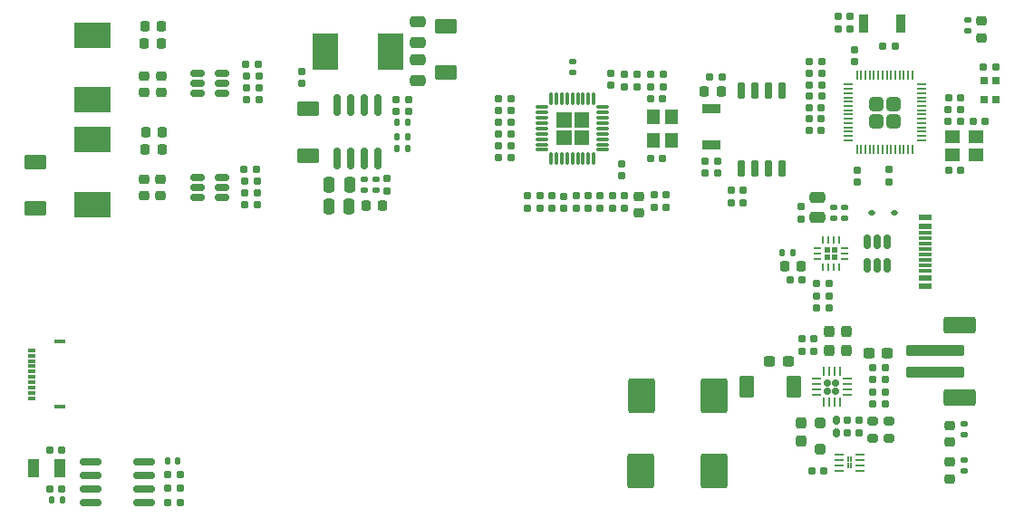
<source format=gbr>
%TF.GenerationSoftware,KiCad,Pcbnew,8.0.3*%
%TF.CreationDate,2024-07-04T12:22:57-04:00*%
%TF.ProjectId,vfd-tool,7666642d-746f-46f6-9c2e-6b696361645f,rev?*%
%TF.SameCoordinates,Original*%
%TF.FileFunction,Paste,Top*%
%TF.FilePolarity,Positive*%
%FSLAX46Y46*%
G04 Gerber Fmt 4.6, Leading zero omitted, Abs format (unit mm)*
G04 Created by KiCad (PCBNEW 8.0.3) date 2024-07-04 12:22:57*
%MOMM*%
%LPD*%
G01*
G04 APERTURE LIST*
G04 Aperture macros list*
%AMRoundRect*
0 Rectangle with rounded corners*
0 $1 Rounding radius*
0 $2 $3 $4 $5 $6 $7 $8 $9 X,Y pos of 4 corners*
0 Add a 4 corners polygon primitive as box body*
4,1,4,$2,$3,$4,$5,$6,$7,$8,$9,$2,$3,0*
0 Add four circle primitives for the rounded corners*
1,1,$1+$1,$2,$3*
1,1,$1+$1,$4,$5*
1,1,$1+$1,$6,$7*
1,1,$1+$1,$8,$9*
0 Add four rect primitives between the rounded corners*
20,1,$1+$1,$2,$3,$4,$5,0*
20,1,$1+$1,$4,$5,$6,$7,0*
20,1,$1+$1,$6,$7,$8,$9,0*
20,1,$1+$1,$8,$9,$2,$3,0*%
G04 Aperture macros list end*
%ADD10C,0.010000*%
%ADD11RoundRect,0.160000X-0.197500X-0.160000X0.197500X-0.160000X0.197500X0.160000X-0.197500X0.160000X0*%
%ADD12RoundRect,0.155000X0.212500X0.155000X-0.212500X0.155000X-0.212500X-0.155000X0.212500X-0.155000X0*%
%ADD13RoundRect,0.160000X-0.160000X0.197500X-0.160000X-0.197500X0.160000X-0.197500X0.160000X0.197500X0*%
%ADD14RoundRect,0.237500X0.237500X-0.287500X0.237500X0.287500X-0.237500X0.287500X-0.237500X-0.287500X0*%
%ADD15RoundRect,0.112500X-0.187500X-0.112500X0.187500X-0.112500X0.187500X0.112500X-0.187500X0.112500X0*%
%ADD16RoundRect,0.155000X-0.155000X0.212500X-0.155000X-0.212500X0.155000X-0.212500X0.155000X0.212500X0*%
%ADD17RoundRect,0.250000X0.250000X0.475000X-0.250000X0.475000X-0.250000X-0.475000X0.250000X-0.475000X0*%
%ADD18RoundRect,0.155000X-0.212500X-0.155000X0.212500X-0.155000X0.212500X0.155000X-0.212500X0.155000X0*%
%ADD19RoundRect,0.225000X0.225000X0.250000X-0.225000X0.250000X-0.225000X-0.250000X0.225000X-0.250000X0*%
%ADD20RoundRect,0.160000X0.197500X0.160000X-0.197500X0.160000X-0.197500X-0.160000X0.197500X-0.160000X0*%
%ADD21RoundRect,0.135000X0.135000X0.185000X-0.135000X0.185000X-0.135000X-0.185000X0.135000X-0.185000X0*%
%ADD22RoundRect,0.150000X0.150000X-0.650000X0.150000X0.650000X-0.150000X0.650000X-0.150000X-0.650000X0*%
%ADD23R,3.500000X2.350000*%
%ADD24RoundRect,0.140000X0.170000X-0.140000X0.170000X0.140000X-0.170000X0.140000X-0.170000X-0.140000X0*%
%ADD25RoundRect,0.135000X0.185000X-0.135000X0.185000X0.135000X-0.185000X0.135000X-0.185000X-0.135000X0*%
%ADD26RoundRect,0.250000X-0.250000X0.250000X-0.250000X-0.250000X0.250000X-0.250000X0.250000X0.250000X0*%
%ADD27RoundRect,0.250000X0.475000X-0.250000X0.475000X0.250000X-0.475000X0.250000X-0.475000X-0.250000X0*%
%ADD28RoundRect,0.225000X-0.250000X0.225000X-0.250000X-0.225000X0.250000X-0.225000X0.250000X0.225000X0*%
%ADD29RoundRect,0.250000X-2.500000X0.250000X-2.500000X-0.250000X2.500000X-0.250000X2.500000X0.250000X0*%
%ADD30RoundRect,0.250000X-1.250000X0.550000X-1.250000X-0.550000X1.250000X-0.550000X1.250000X0.550000X0*%
%ADD31R,1.700000X0.900000*%
%ADD32RoundRect,0.218750X0.256250X-0.218750X0.256250X0.218750X-0.256250X0.218750X-0.256250X-0.218750X0*%
%ADD33RoundRect,0.060000X-0.060000X-0.180000X0.060000X-0.180000X0.060000X0.180000X-0.060000X0.180000X0*%
%ADD34RoundRect,0.062500X-0.325000X-0.062500X0.325000X-0.062500X0.325000X0.062500X-0.325000X0.062500X0*%
%ADD35R,2.350000X3.500000*%
%ADD36RoundRect,0.250000X-0.450000X-0.800000X0.450000X-0.800000X0.450000X0.800000X-0.450000X0.800000X0*%
%ADD37RoundRect,0.140000X-0.140000X-0.170000X0.140000X-0.170000X0.140000X0.170000X-0.140000X0.170000X0*%
%ADD38RoundRect,0.218750X-0.256250X0.218750X-0.256250X-0.218750X0.256250X-0.218750X0.256250X0.218750X0*%
%ADD39RoundRect,0.155000X0.155000X-0.212500X0.155000X0.212500X-0.155000X0.212500X-0.155000X-0.212500X0*%
%ADD40RoundRect,0.225000X0.250000X-0.225000X0.250000X0.225000X-0.250000X0.225000X-0.250000X-0.225000X0*%
%ADD41RoundRect,0.140000X0.140000X0.170000X-0.140000X0.170000X-0.140000X-0.170000X0.140000X-0.170000X0*%
%ADD42RoundRect,0.160000X0.160000X-0.197500X0.160000X0.197500X-0.160000X0.197500X-0.160000X-0.197500X0*%
%ADD43RoundRect,0.150000X0.150000X-0.512500X0.150000X0.512500X-0.150000X0.512500X-0.150000X-0.512500X0*%
%ADD44RoundRect,0.237500X0.300000X0.237500X-0.300000X0.237500X-0.300000X-0.237500X0.300000X-0.237500X0*%
%ADD45R,0.700000X0.700000*%
%ADD46RoundRect,0.009100X-0.120900X-0.540900X0.120900X-0.540900X0.120900X0.540900X-0.120900X0.540900X0*%
%ADD47RoundRect,0.009100X0.540900X-0.120900X0.540900X0.120900X-0.540900X0.120900X-0.540900X-0.120900X0*%
%ADD48RoundRect,0.009100X0.120900X0.540900X-0.120900X0.540900X-0.120900X-0.540900X0.120900X-0.540900X0*%
%ADD49RoundRect,0.009100X-0.540900X0.120900X-0.540900X-0.120900X0.540900X-0.120900X0.540900X0.120900X0*%
%ADD50RoundRect,0.250000X0.800000X-0.450000X0.800000X0.450000X-0.800000X0.450000X-0.800000X-0.450000X0*%
%ADD51R,1.200000X1.400000*%
%ADD52RoundRect,0.160000X0.160000X0.160000X-0.160000X0.160000X-0.160000X-0.160000X0.160000X-0.160000X0*%
%ADD53RoundRect,0.062500X0.375000X0.062500X-0.375000X0.062500X-0.375000X-0.062500X0.375000X-0.062500X0*%
%ADD54RoundRect,0.062500X0.062500X0.375000X-0.062500X0.375000X-0.062500X-0.375000X0.062500X-0.375000X0*%
%ADD55R,1.400000X1.200000*%
%ADD56RoundRect,0.237500X-0.300000X-0.237500X0.300000X-0.237500X0.300000X0.237500X-0.300000X0.237500X0*%
%ADD57RoundRect,0.200000X0.275000X-0.200000X0.275000X0.200000X-0.275000X0.200000X-0.275000X-0.200000X0*%
%ADD58R,0.900000X1.700000*%
%ADD59RoundRect,0.150000X-0.512500X-0.150000X0.512500X-0.150000X0.512500X0.150000X-0.512500X0.150000X0*%
%ADD60RoundRect,0.225000X-0.225000X-0.250000X0.225000X-0.250000X0.225000X0.250000X-0.225000X0.250000X0*%
%ADD61RoundRect,0.135000X-0.135000X-0.185000X0.135000X-0.185000X0.135000X0.185000X-0.135000X0.185000X0*%
%ADD62RoundRect,0.135000X-0.185000X0.135000X-0.185000X-0.135000X0.185000X-0.135000X0.185000X0.135000X0*%
%ADD63RoundRect,0.250000X-0.475000X0.250000X-0.475000X-0.250000X0.475000X-0.250000X0.475000X0.250000X0*%
%ADD64RoundRect,0.150000X-0.825000X-0.150000X0.825000X-0.150000X0.825000X0.150000X-0.825000X0.150000X0*%
%ADD65R,0.700000X0.300000*%
%ADD66R,1.000000X0.300000*%
%ADD67RoundRect,0.249999X0.395001X-0.395001X0.395001X0.395001X-0.395001X0.395001X-0.395001X-0.395001X0*%
%ADD68RoundRect,0.050000X0.050000X-0.387500X0.050000X0.387500X-0.050000X0.387500X-0.050000X-0.387500X0*%
%ADD69RoundRect,0.050000X0.387500X-0.050000X0.387500X0.050000X-0.387500X0.050000X-0.387500X-0.050000X0*%
%ADD70R,1.000000X1.800000*%
%ADD71R,1.240000X0.600000*%
%ADD72R,1.240000X0.300000*%
%ADD73RoundRect,0.145000X-0.145000X-0.145000X0.145000X-0.145000X0.145000X0.145000X-0.145000X0.145000X0*%
%ADD74RoundRect,0.062500X-0.275000X-0.062500X0.275000X-0.062500X0.275000X0.062500X-0.275000X0.062500X0*%
%ADD75RoundRect,0.062500X-0.062500X-0.275000X0.062500X-0.275000X0.062500X0.275000X-0.062500X0.275000X0*%
%ADD76RoundRect,0.150000X0.150000X-0.825000X0.150000X0.825000X-0.150000X0.825000X-0.150000X-0.825000X0*%
%ADD77RoundRect,0.250000X1.000000X-1.400000X1.000000X1.400000X-1.000000X1.400000X-1.000000X-1.400000X0*%
%ADD78RoundRect,0.160000X-0.160000X0.222500X-0.160000X-0.222500X0.160000X-0.222500X0.160000X0.222500X0*%
%ADD79RoundRect,0.237500X-0.237500X0.300000X-0.237500X-0.300000X0.237500X-0.300000X0.237500X0.300000X0*%
G04 APERTURE END LIST*
D10*
%TO.C,U2*%
X195946700Y-85144100D02*
X194636700Y-85144100D01*
X194636700Y-83834100D01*
X195946700Y-83834100D01*
X195946700Y-85144100D01*
G36*
X195946700Y-85144100D02*
G01*
X194636700Y-85144100D01*
X194636700Y-83834100D01*
X195946700Y-83834100D01*
X195946700Y-85144100D01*
G37*
X195946700Y-86814100D02*
X194636700Y-86814100D01*
X194636700Y-85504100D01*
X195946700Y-85504100D01*
X195946700Y-86814100D01*
G36*
X195946700Y-86814100D02*
G01*
X194636700Y-86814100D01*
X194636700Y-85504100D01*
X195946700Y-85504100D01*
X195946700Y-86814100D01*
G37*
X197616700Y-85144100D02*
X196306700Y-85144100D01*
X196306700Y-83834100D01*
X197616700Y-83834100D01*
X197616700Y-85144100D01*
G36*
X197616700Y-85144100D02*
G01*
X196306700Y-85144100D01*
X196306700Y-83834100D01*
X197616700Y-83834100D01*
X197616700Y-85144100D01*
G37*
X197616700Y-86814100D02*
X196306700Y-86814100D01*
X196306700Y-85504100D01*
X197616700Y-85504100D01*
X197616700Y-86814100D01*
G36*
X197616700Y-86814100D02*
G01*
X196306700Y-86814100D01*
X196306700Y-85504100D01*
X197616700Y-85504100D01*
X197616700Y-86814100D01*
G37*
%TD*%
D11*
%TO.C,R25*%
X218944900Y-99816500D03*
X220139900Y-99816500D03*
%TD*%
D12*
%TO.C,C63*%
X226255200Y-77647800D03*
X225120200Y-77647800D03*
%TD*%
D13*
%TO.C,R42*%
X221823900Y-112592582D03*
X221823900Y-113787582D03*
%TD*%
D11*
%TO.C,R14*%
X203403200Y-80277300D03*
X204598200Y-80277300D03*
%TD*%
D12*
%TO.C,C14*%
X190373000Y-84759800D03*
X189238000Y-84759800D03*
%TD*%
D14*
%TO.C,D11*%
X220086400Y-106046082D03*
X220086400Y-104296082D03*
%TD*%
D12*
%TO.C,C51*%
X180797200Y-82600800D03*
X179662200Y-82600800D03*
%TD*%
D15*
%TO.C,D5*%
X224080400Y-93212500D03*
X226180400Y-93212500D03*
%TD*%
D12*
%TO.C,C23*%
X219413900Y-79095600D03*
X218278900Y-79095600D03*
%TD*%
D16*
%TO.C,C10*%
X200698700Y-88599800D03*
X200698700Y-89734800D03*
%TD*%
D17*
%TO.C,C39*%
X175270200Y-92633800D03*
X173370200Y-92633800D03*
%TD*%
D18*
%TO.C,C6*%
X201020200Y-80277300D03*
X202155200Y-80277300D03*
%TD*%
D19*
%TO.C,C54*%
X157799400Y-85645000D03*
X156249400Y-85645000D03*
%TD*%
D16*
%TO.C,C13*%
X195339300Y-91649000D03*
X195339300Y-92784000D03*
%TD*%
D20*
%TO.C,R52*%
X166834100Y-82659200D03*
X165639100Y-82659200D03*
%TD*%
D21*
%TO.C,R16*%
X216691400Y-96901000D03*
X215671400Y-96901000D03*
%TD*%
D22*
%TO.C,U6*%
X211861400Y-89020200D03*
X213131400Y-89020200D03*
X214401400Y-89020200D03*
X215671400Y-89020200D03*
X215671400Y-81820200D03*
X214401400Y-81820200D03*
X213131400Y-81820200D03*
X211861400Y-81820200D03*
%TD*%
D12*
%TO.C,C56*%
X180805900Y-83693000D03*
X179670900Y-83693000D03*
%TD*%
D21*
%TO.C,R56*%
X180723000Y-87164800D03*
X179703000Y-87164800D03*
%TD*%
D13*
%TO.C,R15*%
X197574500Y-91605700D03*
X197574500Y-92800700D03*
%TD*%
D20*
%TO.C,R23*%
X190403000Y-88061800D03*
X189208000Y-88061800D03*
%TD*%
D12*
%TO.C,C25*%
X217569900Y-99435500D03*
X216434900Y-99435500D03*
%TD*%
D23*
%TO.C,L1*%
X151281600Y-82634200D03*
X151281600Y-76584200D03*
%TD*%
D12*
%TO.C,C50*%
X166583500Y-89124800D03*
X165448500Y-89124800D03*
%TD*%
D24*
%TO.C,C33*%
X220558400Y-93692500D03*
X220558400Y-92732500D03*
%TD*%
D12*
%TO.C,C49*%
X166751600Y-79359200D03*
X165616600Y-79359200D03*
%TD*%
D25*
%TO.C,C16*%
X196138800Y-80114600D03*
X196138800Y-79094600D03*
%TD*%
D12*
%TO.C,C7*%
X190373000Y-86944200D03*
X189238000Y-86944200D03*
%TD*%
D26*
%TO.C,D9*%
X219241900Y-112829082D03*
X219241900Y-115329082D03*
%TD*%
D20*
%TO.C,R54*%
X166703000Y-92477600D03*
X165508000Y-92477600D03*
%TD*%
D13*
%TO.C,R19*%
X194221700Y-91606900D03*
X194221700Y-92801900D03*
%TD*%
D12*
%TO.C,C57*%
X219619400Y-117308082D03*
X218484400Y-117308082D03*
%TD*%
D18*
%TO.C,C4*%
X203433200Y-88151300D03*
X204568200Y-88151300D03*
%TD*%
D11*
%TO.C,R29*%
X218944900Y-102102500D03*
X220139900Y-102102500D03*
%TD*%
D16*
%TO.C,C47*%
X178765200Y-90012900D03*
X178765200Y-91147900D03*
%TD*%
D13*
%TO.C,R35*%
X212090000Y-91121900D03*
X212090000Y-92316900D03*
%TD*%
D27*
%TO.C,C55*%
X181660800Y-77266800D03*
X181660800Y-75366800D03*
%TD*%
D13*
%TO.C,R36*%
X210972400Y-91121900D03*
X210972400Y-92316900D03*
%TD*%
D28*
%TO.C,C40*%
X156131600Y-80384200D03*
X156131600Y-81934200D03*
%TD*%
D29*
%TO.C,J9*%
X230038400Y-106111800D03*
X230038400Y-108111800D03*
D30*
X232288400Y-103711800D03*
X232288400Y-110511800D03*
%TD*%
D11*
%TO.C,R55*%
X165508000Y-91360000D03*
X166703000Y-91360000D03*
%TD*%
%TO.C,R10*%
X208546100Y-89458800D03*
X209741100Y-89458800D03*
%TD*%
D13*
%TO.C,R21*%
X193078700Y-91617800D03*
X193078700Y-92812800D03*
%TD*%
D31*
%TO.C,SW2*%
X209143600Y-86840800D03*
X209143600Y-83440800D03*
%TD*%
D32*
%TO.C,D4*%
X234379450Y-76872150D03*
X234379450Y-75297150D03*
%TD*%
D20*
%TO.C,R43*%
X166829100Y-80459200D03*
X165634100Y-80459200D03*
%TD*%
D13*
%TO.C,R50*%
X218689400Y-104940582D03*
X218689400Y-106135582D03*
%TD*%
D33*
%TO.C,U9*%
X221864400Y-116258082D03*
X221864400Y-116858082D03*
X222164400Y-116258082D03*
X222164400Y-116858082D03*
D34*
X221051900Y-115808082D03*
X221051900Y-116308082D03*
X221051900Y-116808082D03*
X221051900Y-117308082D03*
X222976900Y-117308082D03*
X222976900Y-116808082D03*
X222976900Y-116308082D03*
X222976900Y-115808082D03*
%TD*%
D13*
%TO.C,R22*%
X191961100Y-91617800D03*
X191961100Y-92812800D03*
%TD*%
D32*
%TO.C,D1*%
X202355700Y-93245900D03*
X202355700Y-91670900D03*
%TD*%
D35*
%TO.C,L3*%
X173047800Y-78130400D03*
X179097800Y-78130400D03*
%TD*%
D18*
%TO.C,C15*%
X231258300Y-82499200D03*
X232393300Y-82499200D03*
%TD*%
D25*
%TO.C,R20*%
X233058650Y-76188250D03*
X233058650Y-75168250D03*
%TD*%
D36*
%TO.C,D13*%
X212425400Y-109489082D03*
X216825400Y-109489082D03*
%TD*%
D14*
%TO.C,D12*%
X221737400Y-106046082D03*
X221737400Y-104296082D03*
%TD*%
D24*
%TO.C,C35*%
X221574400Y-93689900D03*
X221574400Y-92729900D03*
%TD*%
D37*
%TO.C,C31*%
X158303200Y-116408200D03*
X159263200Y-116408200D03*
%TD*%
D11*
%TO.C,R39*%
X224164400Y-109951082D03*
X225359400Y-109951082D03*
%TD*%
D38*
%TO.C,D15*%
X231368600Y-116509800D03*
X231368600Y-118084800D03*
%TD*%
D39*
%TO.C,C62*%
X199682700Y-81310700D03*
X199682700Y-80175700D03*
%TD*%
D13*
%TO.C,R2*%
X220921350Y-74809050D03*
X220921350Y-76004050D03*
%TD*%
D12*
%TO.C,C11*%
X219363100Y-85471000D03*
X218228100Y-85471000D03*
%TD*%
D40*
%TO.C,C43*%
X157681600Y-81934200D03*
X157681600Y-80384200D03*
%TD*%
D20*
%TO.C,R38*%
X225359400Y-111094082D03*
X224164400Y-111094082D03*
%TD*%
D41*
%TO.C,C34*%
X148468200Y-120091200D03*
X147508200Y-120091200D03*
%TD*%
D13*
%TO.C,R1*%
X198717500Y-91605700D03*
X198717500Y-92800700D03*
%TD*%
D42*
%TO.C,R4*%
X203752700Y-92674900D03*
X203752700Y-91479900D03*
%TD*%
D43*
%TO.C,U3*%
X223672400Y-98160000D03*
X224622400Y-98160000D03*
X225572400Y-98160000D03*
X225572400Y-95885000D03*
X224622400Y-95885000D03*
X223672400Y-95885000D03*
%TD*%
D21*
%TO.C,R49*%
X180723000Y-84785200D03*
X179703000Y-84785200D03*
%TD*%
D12*
%TO.C,C17*%
X219363100Y-84429600D03*
X218228100Y-84429600D03*
%TD*%
D16*
%TO.C,C21*%
X225679000Y-89170700D03*
X225679000Y-90305700D03*
%TD*%
D39*
%TO.C,C46*%
X170865800Y-81110900D03*
X170865800Y-79975900D03*
%TD*%
D44*
%TO.C,C61*%
X225526900Y-106308082D03*
X223801900Y-106308082D03*
%TD*%
D11*
%TO.C,R32*%
X158338100Y-118948200D03*
X159533100Y-118948200D03*
%TD*%
D45*
%TO.C,D2*%
X234577800Y-82652200D03*
X235677800Y-82652200D03*
X235677800Y-80822200D03*
X234577800Y-80822200D03*
%TD*%
D20*
%TO.C,R34*%
X159507700Y-120269000D03*
X158312700Y-120269000D03*
%TD*%
D12*
%TO.C,C26*%
X148403300Y-115392200D03*
X147268300Y-115392200D03*
%TD*%
D11*
%TO.C,R5*%
X218265600Y-82321400D03*
X219460600Y-82321400D03*
%TD*%
D12*
%TO.C,C18*%
X219363100Y-83388200D03*
X218228100Y-83388200D03*
%TD*%
D46*
%TO.C,U2*%
X198126700Y-82509100D03*
X197626700Y-82509100D03*
X197126700Y-82509100D03*
X196626700Y-82509100D03*
X196126700Y-82509100D03*
X195626700Y-82509100D03*
X195126700Y-82509100D03*
X194626700Y-82509100D03*
X194126700Y-82509100D03*
D47*
X193311700Y-83324100D03*
X193311700Y-83824100D03*
X193311700Y-84324100D03*
X193311700Y-84824100D03*
X193311700Y-85324100D03*
X193311700Y-85824100D03*
X193311700Y-86324100D03*
X193311700Y-86824100D03*
X193311700Y-87324100D03*
D48*
X194126700Y-88139100D03*
X194626700Y-88139100D03*
X195126700Y-88139100D03*
X195626700Y-88139100D03*
X196126700Y-88139100D03*
X196626700Y-88139100D03*
X197126700Y-88139100D03*
X197626700Y-88139100D03*
X198126700Y-88139100D03*
D49*
X198941700Y-87324100D03*
X198941700Y-86824100D03*
X198941700Y-86324100D03*
X198941700Y-85824100D03*
X198941700Y-85324100D03*
X198941700Y-84824100D03*
X198941700Y-84324100D03*
X198941700Y-83824100D03*
X198941700Y-83324100D03*
%TD*%
D12*
%TO.C,C27*%
X148403300Y-119024400D03*
X147268300Y-119024400D03*
%TD*%
D50*
%TO.C,D14*%
X184327800Y-80127200D03*
X184327800Y-75727200D03*
%TD*%
D51*
%TO.C,Y2*%
X203658700Y-84257300D03*
X203658700Y-86457300D03*
X205358700Y-86457300D03*
X205358700Y-84257300D03*
%TD*%
D25*
%TO.C,R46*%
X176682400Y-91088400D03*
X176682400Y-90068400D03*
%TD*%
D42*
%TO.C,R41*%
X222924900Y-113787582D03*
X222924900Y-112592582D03*
%TD*%
D19*
%TO.C,C28*%
X217523400Y-98165500D03*
X215973400Y-98165500D03*
%TD*%
D13*
%TO.C,R13*%
X201003500Y-91569400D03*
X201003500Y-92764400D03*
%TD*%
D11*
%TO.C,R27*%
X218944900Y-100987500D03*
X220139900Y-100987500D03*
%TD*%
D50*
%TO.C,D10*%
X171424600Y-87858600D03*
X171424600Y-83458600D03*
%TD*%
D52*
%TO.C,U11*%
X220740400Y-109889082D03*
X220740400Y-109089082D03*
X219940400Y-109889082D03*
X219940400Y-109089082D03*
D53*
X221777900Y-110239082D03*
X221777900Y-109739082D03*
X221777900Y-109239082D03*
X221777900Y-108739082D03*
D54*
X221090400Y-108051582D03*
X220590400Y-108051582D03*
X220090400Y-108051582D03*
X219590400Y-108051582D03*
D53*
X218902900Y-108739082D03*
X218902900Y-109239082D03*
X218902900Y-109739082D03*
X218902900Y-110239082D03*
D54*
X219590400Y-110926582D03*
X220090400Y-110926582D03*
X220590400Y-110926582D03*
X221090400Y-110926582D03*
%TD*%
D19*
%TO.C,C59*%
X157773400Y-87296000D03*
X156223400Y-87296000D03*
%TD*%
D18*
%TO.C,C19*%
X234543600Y-79578200D03*
X235678600Y-79578200D03*
%TD*%
D55*
%TO.C,Y1*%
X233822600Y-86106000D03*
X231622600Y-86106000D03*
X231622600Y-87806000D03*
X233822600Y-87806000D03*
%TD*%
D56*
%TO.C,C52*%
X214551900Y-107058082D03*
X216276900Y-107058082D03*
%TD*%
D39*
%TO.C,C24*%
X222504000Y-79104300D03*
X222504000Y-77969300D03*
%TD*%
D27*
%TO.C,C32*%
X219034400Y-93654500D03*
X219034400Y-91754500D03*
%TD*%
D20*
%TO.C,R11*%
X209741100Y-88392000D03*
X208546100Y-88392000D03*
%TD*%
%TO.C,R6*%
X219460600Y-81254600D03*
X218265600Y-81254600D03*
%TD*%
D23*
%TO.C,L2*%
X151282400Y-92410000D03*
X151282400Y-86360000D03*
%TD*%
D57*
%TO.C,R45*%
X224164400Y-114308082D03*
X224164400Y-112658082D03*
%TD*%
D42*
%TO.C,R3*%
X222064350Y-76004050D03*
X222064350Y-74809050D03*
%TD*%
D12*
%TO.C,C8*%
X219405200Y-80187800D03*
X218270200Y-80187800D03*
%TD*%
D17*
%TO.C,C42*%
X175295600Y-90551000D03*
X173395600Y-90551000D03*
%TD*%
D25*
%TO.C,R18*%
X232714800Y-113987600D03*
X232714800Y-112967600D03*
%TD*%
%TO.C,R58*%
X232714800Y-117322600D03*
X232714800Y-116302600D03*
%TD*%
D16*
%TO.C,C20*%
X222707200Y-89196100D03*
X222707200Y-90331100D03*
%TD*%
D57*
%TO.C,R48*%
X225664400Y-114308082D03*
X225664400Y-112658082D03*
%TD*%
D20*
%TO.C,R24*%
X190407600Y-83680900D03*
X189212600Y-83680900D03*
%TD*%
D42*
%TO.C,R7*%
X204895700Y-92674900D03*
X204895700Y-91479900D03*
%TD*%
D19*
%TO.C,C53*%
X157681600Y-77359200D03*
X156131600Y-77359200D03*
%TD*%
D28*
%TO.C,C41*%
X156135400Y-90077000D03*
X156135400Y-91627000D03*
%TD*%
D58*
%TO.C,SW1*%
X223361550Y-75508150D03*
X226761550Y-75508150D03*
%TD*%
D59*
%TO.C,U8*%
X161093900Y-89902000D03*
X161093900Y-90852000D03*
X161093900Y-91802000D03*
X163368900Y-91802000D03*
X163368900Y-90852000D03*
X163368900Y-89902000D03*
%TD*%
D18*
%TO.C,C22*%
X231241600Y-83566000D03*
X232376600Y-83566000D03*
%TD*%
D60*
%TO.C,C37*%
X208470200Y-81838800D03*
X210020200Y-81838800D03*
%TD*%
D12*
%TO.C,C3*%
X190377600Y-82512500D03*
X189242600Y-82512500D03*
%TD*%
D61*
%TO.C,R57*%
X179703000Y-86063800D03*
X180723000Y-86063800D03*
%TD*%
D60*
%TO.C,C45*%
X176821800Y-92500000D03*
X178371800Y-92500000D03*
%TD*%
D62*
%TO.C,R47*%
X177749200Y-90043000D03*
X177749200Y-91063000D03*
%TD*%
D20*
%TO.C,R40*%
X225359400Y-108808082D03*
X224164400Y-108808082D03*
%TD*%
D42*
%TO.C,R12*%
X199860500Y-92801900D03*
X199860500Y-91606900D03*
%TD*%
D12*
%TO.C,C12*%
X190373000Y-85877400D03*
X189238000Y-85877400D03*
%TD*%
D18*
%TO.C,C5*%
X203433200Y-82563300D03*
X204568200Y-82563300D03*
%TD*%
D50*
%TO.C,D6*%
X145973800Y-92827200D03*
X145973800Y-88427200D03*
%TD*%
D40*
%TO.C,C44*%
X157659400Y-91627000D03*
X157659400Y-90077000D03*
%TD*%
D63*
%TO.C,C60*%
X181660800Y-78922800D03*
X181660800Y-80822800D03*
%TD*%
D59*
%TO.C,U7*%
X161094100Y-80159200D03*
X161094100Y-81109200D03*
X161094100Y-82059200D03*
X163369100Y-82059200D03*
X163369100Y-81109200D03*
X163369100Y-80159200D03*
%TD*%
D12*
%TO.C,C2*%
X234704700Y-84658200D03*
X233569700Y-84658200D03*
%TD*%
D64*
%TO.C,U5*%
X151115400Y-116459000D03*
X151115400Y-117729000D03*
X151115400Y-118999000D03*
X151115400Y-120269000D03*
X156065400Y-120269000D03*
X156065400Y-118999000D03*
X156065400Y-117729000D03*
X156065400Y-116459000D03*
%TD*%
D65*
%TO.C,J4*%
X145568200Y-110555600D03*
X145568200Y-110055600D03*
X145568200Y-109555600D03*
X145568200Y-109055600D03*
X145568200Y-108555600D03*
X145568200Y-108055600D03*
X145568200Y-107555600D03*
X145568200Y-107055600D03*
X145568200Y-106555600D03*
X145568200Y-106055600D03*
D66*
X148218200Y-111345600D03*
X148218200Y-105265600D03*
%TD*%
D38*
%TO.C,D3*%
X231343200Y-113094500D03*
X231343200Y-114669500D03*
%TD*%
D67*
%TO.C,U1*%
X224498000Y-84620000D03*
X226098000Y-84620000D03*
X224498000Y-83020000D03*
X226098000Y-83020000D03*
D68*
X222698000Y-87257500D03*
X223098000Y-87257500D03*
X223498000Y-87257500D03*
X223898000Y-87257500D03*
X224298000Y-87257500D03*
X224698000Y-87257500D03*
X225098000Y-87257500D03*
X225498000Y-87257500D03*
X225898000Y-87257500D03*
X226298000Y-87257500D03*
X226698000Y-87257500D03*
X227098000Y-87257500D03*
X227498000Y-87257500D03*
X227898000Y-87257500D03*
D69*
X228735500Y-86420000D03*
X228735500Y-86020000D03*
X228735500Y-85620000D03*
X228735500Y-85220000D03*
X228735500Y-84820000D03*
X228735500Y-84420000D03*
X228735500Y-84020000D03*
X228735500Y-83620000D03*
X228735500Y-83220000D03*
X228735500Y-82820000D03*
X228735500Y-82420000D03*
X228735500Y-82020000D03*
X228735500Y-81620000D03*
X228735500Y-81220000D03*
D68*
X227898000Y-80382500D03*
X227498000Y-80382500D03*
X227098000Y-80382500D03*
X226698000Y-80382500D03*
X226298000Y-80382500D03*
X225898000Y-80382500D03*
X225498000Y-80382500D03*
X225098000Y-80382500D03*
X224698000Y-80382500D03*
X224298000Y-80382500D03*
X223898000Y-80382500D03*
X223498000Y-80382500D03*
X223098000Y-80382500D03*
X222698000Y-80382500D03*
D69*
X221860500Y-81220000D03*
X221860500Y-81620000D03*
X221860500Y-82020000D03*
X221860500Y-82420000D03*
X221860500Y-82820000D03*
X221860500Y-83220000D03*
X221860500Y-83620000D03*
X221860500Y-84020000D03*
X221860500Y-84420000D03*
X221860500Y-84820000D03*
X221860500Y-85220000D03*
X221860500Y-85620000D03*
X221860500Y-86020000D03*
X221860500Y-86420000D03*
%TD*%
D70*
%TO.C,Y3*%
X145767600Y-117119400D03*
X148267600Y-117119400D03*
%TD*%
D11*
%TO.C,R37*%
X158338100Y-117703600D03*
X159533100Y-117703600D03*
%TD*%
D19*
%TO.C,C58*%
X157706600Y-75759200D03*
X156156600Y-75759200D03*
%TD*%
D18*
%TO.C,C38*%
X224194400Y-107665082D03*
X225329400Y-107665082D03*
%TD*%
D71*
%TO.C,J2*%
X229090400Y-100064500D03*
X229090400Y-99264500D03*
D72*
X229090400Y-98114500D03*
X229090400Y-97114500D03*
X229090400Y-96614500D03*
X229090400Y-95614500D03*
D71*
X229090400Y-94464500D03*
X229090400Y-93664500D03*
X229090400Y-93664500D03*
X229090400Y-94464500D03*
D72*
X229090400Y-95114500D03*
X229090400Y-96114500D03*
X229090400Y-97614500D03*
X229090400Y-98614500D03*
D71*
X229090400Y-99264500D03*
X229090400Y-100064500D03*
%TD*%
D11*
%TO.C,R53*%
X165636600Y-81559200D03*
X166831600Y-81559200D03*
%TD*%
D73*
%TO.C,U4*%
X219923400Y-96641500D03*
X219923400Y-97361500D03*
X220643400Y-96641500D03*
X220643400Y-97361500D03*
D74*
X219020900Y-96501500D03*
X219020900Y-97001500D03*
X219020900Y-97501500D03*
D75*
X219533400Y-98264000D03*
X220033400Y-98264000D03*
X220533400Y-98264000D03*
X221033400Y-98264000D03*
D74*
X221545900Y-97501500D03*
X221545900Y-97001500D03*
X221545900Y-96501500D03*
D75*
X221033400Y-95739000D03*
X220533400Y-95739000D03*
X220033400Y-95739000D03*
X219533400Y-95739000D03*
%TD*%
D11*
%TO.C,R8*%
X231228300Y-84658200D03*
X232423300Y-84658200D03*
%TD*%
D13*
%TO.C,R51*%
X217546400Y-104940582D03*
X217546400Y-106135582D03*
%TD*%
D20*
%TO.C,R44*%
X166703000Y-90242400D03*
X165508000Y-90242400D03*
%TD*%
D76*
%TO.C,U10*%
X174182000Y-88098400D03*
X175452000Y-88098400D03*
X176722000Y-88098400D03*
X177992000Y-88098400D03*
X177992000Y-83148400D03*
X176722000Y-83148400D03*
X175452000Y-83148400D03*
X174182000Y-83148400D03*
%TD*%
D77*
%TO.C,D8*%
X202543200Y-117322600D03*
X209343200Y-117322600D03*
%TD*%
D12*
%TO.C,C1*%
X232402000Y-89230200D03*
X231267000Y-89230200D03*
%TD*%
D78*
%TO.C,F1*%
X220765900Y-112617582D03*
X220765900Y-113762582D03*
%TD*%
D77*
%TO.C,D7*%
X202568600Y-110337600D03*
X209368600Y-110337600D03*
%TD*%
D18*
%TO.C,C9*%
X201020200Y-81420300D03*
X202155200Y-81420300D03*
%TD*%
D39*
%TO.C,C29*%
X217510400Y-93780000D03*
X217510400Y-92645000D03*
%TD*%
D79*
%TO.C,C48*%
X217463900Y-112835582D03*
X217463900Y-114560582D03*
%TD*%
D13*
%TO.C,R17*%
X196456900Y-91619000D03*
X196456900Y-92814000D03*
%TD*%
D11*
%TO.C,R9*%
X203403200Y-81420300D03*
X204598200Y-81420300D03*
%TD*%
D18*
%TO.C,C36*%
X208948400Y-80518000D03*
X210083400Y-80518000D03*
%TD*%
M02*

</source>
